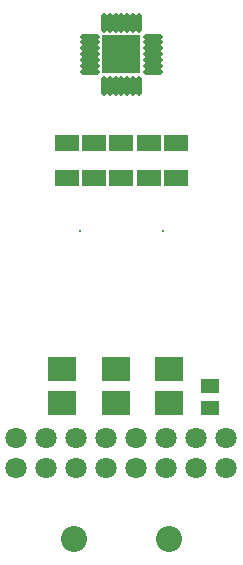
<source format=gts>
G04*
G04 #@! TF.GenerationSoftware,Altium Limited,Altium Designer,18.0.12 (696)*
G04*
G04 Layer_Color=10964583*
%FSLAX44Y44*%
%MOMM*%
G71*
G01*
G75*
%ADD16R,2.0032X1.3532*%
%ADD17R,2.4532X2.0032*%
%ADD18R,1.6032X1.2532*%
%ADD19O,0.5032X1.6532*%
%ADD20O,1.6532X0.5032*%
%ADD21R,3.2032X3.2032*%
%ADD22C,1.8032*%
%ADD23C,2.2032*%
%ADD24C,0.2032*%
D16*
X575000Y775000D02*
D03*
Y745000D02*
D03*
X552000Y775000D02*
D03*
Y745000D02*
D03*
X621000Y745000D02*
D03*
Y775000D02*
D03*
X529000Y775000D02*
D03*
Y745000D02*
D03*
X598000Y745000D02*
D03*
Y775000D02*
D03*
D17*
X615000Y583500D02*
D03*
Y554500D02*
D03*
X570000Y583500D02*
D03*
Y554500D02*
D03*
X525000D02*
D03*
Y583500D02*
D03*
D18*
X650000Y550500D02*
D03*
Y569500D02*
D03*
D19*
X590000Y823500D02*
D03*
X585000D02*
D03*
X580000D02*
D03*
X575000D02*
D03*
X570000D02*
D03*
X565000D02*
D03*
X560000D02*
D03*
Y876500D02*
D03*
X565000D02*
D03*
X570000D02*
D03*
X575000D02*
D03*
X580000D02*
D03*
X585000D02*
D03*
X590000D02*
D03*
D20*
X548500Y835000D02*
D03*
Y840000D02*
D03*
Y845000D02*
D03*
Y850000D02*
D03*
Y855000D02*
D03*
Y860000D02*
D03*
Y865000D02*
D03*
X601500D02*
D03*
Y860000D02*
D03*
Y855000D02*
D03*
Y850000D02*
D03*
Y845000D02*
D03*
Y840000D02*
D03*
Y835000D02*
D03*
D21*
X575000Y850000D02*
D03*
D22*
X562300Y524900D02*
D03*
Y499500D02*
D03*
X587700Y524900D02*
D03*
Y499500D02*
D03*
X613100Y524900D02*
D03*
Y499500D02*
D03*
X638500D02*
D03*
Y524900D02*
D03*
X663900Y499500D02*
D03*
Y524900D02*
D03*
X486100D02*
D03*
Y499500D02*
D03*
X511500D02*
D03*
Y524900D02*
D03*
X536900Y499500D02*
D03*
Y524900D02*
D03*
D23*
X615000Y440000D02*
D03*
X535000D02*
D03*
D24*
X610000Y700000D02*
D03*
X540000D02*
D03*
M02*

</source>
